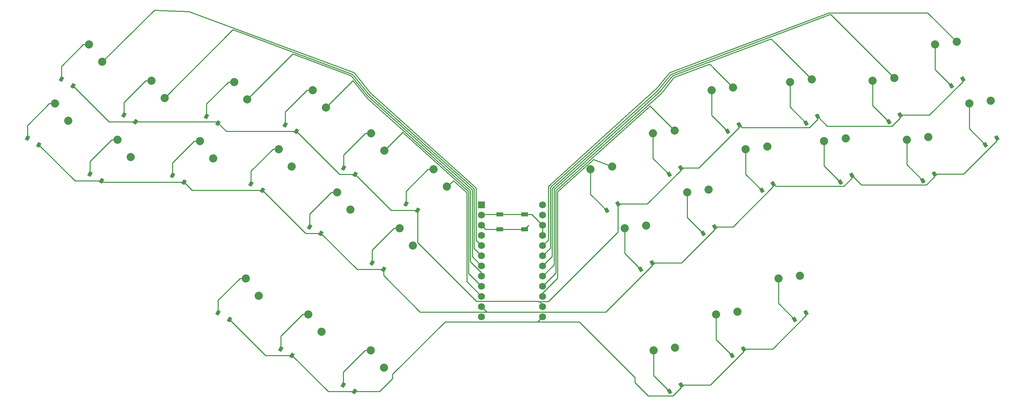
<source format=gbl>
%TF.GenerationSoftware,KiCad,Pcbnew,6.0.2+dfsg-1*%
%TF.CreationDate,2022-06-30T23:37:17+02:00*%
%TF.ProjectId,dragonwings_test,64726167-6f6e-4776-996e-67735f746573,v1.0.0*%
%TF.SameCoordinates,Original*%
%TF.FileFunction,Copper,L2,Bot*%
%TF.FilePolarity,Positive*%
%FSLAX46Y46*%
G04 Gerber Fmt 4.6, Leading zero omitted, Abs format (unit mm)*
G04 Created by KiCad (PCBNEW 6.0.2+dfsg-1) date 2022-06-30 23:37:17*
%MOMM*%
%LPD*%
G01*
G04 APERTURE LIST*
G04 Aperture macros list*
%AMRotRect*
0 Rectangle, with rotation*
0 The origin of the aperture is its center*
0 $1 length*
0 $2 width*
0 $3 Rotation angle, in degrees counterclockwise*
0 Add horizontal line*
21,1,$1,$2,0,0,$3*%
G04 Aperture macros list end*
%TA.AperFunction,ComponentPad*%
%ADD10C,2.032000*%
%TD*%
%TA.AperFunction,SMDPad,CuDef*%
%ADD11RotRect,0.900000X1.200000X150.000000*%
%TD*%
%TA.AperFunction,SMDPad,CuDef*%
%ADD12RotRect,0.900000X1.200000X210.000000*%
%TD*%
%TA.AperFunction,ComponentPad*%
%ADD13R,1.752600X1.752600*%
%TD*%
%TA.AperFunction,ComponentPad*%
%ADD14C,1.752600*%
%TD*%
%TA.AperFunction,SMDPad,CuDef*%
%ADD15R,1.800000X1.100000*%
%TD*%
%TA.AperFunction,Conductor*%
%ADD16C,0.250000*%
%TD*%
G04 APERTURE END LIST*
D10*
%TO.P,S2,1*%
%TO.N,P21*%
X107787840Y-110343077D03*
%TO.P,S2,2*%
%TO.N,pinky1_home*%
X104507713Y-106024424D03*
%TD*%
%TO.P,S4,1*%
%TO.N,P20*%
X123376298Y-119343077D03*
%TO.P,S4,2*%
%TO.N,pinky2_home*%
X120096171Y-115024424D03*
%TD*%
%TO.P,S3,1*%
%TO.N,P20*%
X114876298Y-134065509D03*
%TO.P,S3,2*%
%TO.N,pinky2_bottom*%
X111596171Y-129746856D03*
%TD*%
D11*
%TO.P,D1,1*%
%TO.N,P16*%
X91986655Y-131011533D03*
%TO.P,D1,2*%
%TO.N,pinky1_bottom*%
X89128771Y-129361533D03*
%TD*%
D10*
%TO.P,S6,1*%
%TO.N,P19*%
X143964755Y-119682823D03*
%TO.P,S6,2*%
%TO.N,ring_home*%
X140684628Y-115364170D03*
%TD*%
%TO.P,S15,1*%
%TO.N,P14*%
X178024355Y-186689865D03*
%TO.P,S15,2*%
%TO.N,far_thumb*%
X174744228Y-182371212D03*
%TD*%
D11*
%TO.P,D10,1*%
%TO.N,P8*%
X170840484Y-138432695D03*
%TO.P,D10,2*%
%TO.N,index_home*%
X167982600Y-136782695D03*
%TD*%
D12*
%TO.P,D16,1*%
%TO.N,P16*%
X330871228Y-129361533D03*
%TO.P,D16,2*%
%TO.N,mirror_pinky1_bottom*%
X328013344Y-131011533D03*
%TD*%
%TO.P,D18,1*%
%TO.N,P16*%
X315282771Y-138361533D03*
%TO.P,D18,2*%
%TO.N,mirror_pinky2_bottom*%
X312424887Y-140011533D03*
%TD*%
%TO.P,D24,1*%
%TO.N,P16*%
X260517399Y-151505127D03*
%TO.P,D24,2*%
%TO.N,mirror_index_bottom*%
X257659515Y-153155127D03*
%TD*%
%TO.P,D25,1*%
%TO.N,P8*%
X252017399Y-136782695D03*
%TO.P,D25,2*%
%TO.N,mirror_index_home*%
X249159515Y-138432695D03*
%TD*%
D11*
%TO.P,D11,1*%
%TO.N,P16*%
X177928942Y-162155127D03*
%TO.P,D11,2*%
%TO.N,inner_bottom*%
X175071058Y-160505127D03*
%TD*%
D10*
%TO.P,S8,1*%
%TO.N,P18*%
X163553212Y-121754620D03*
%TO.P,S8,2*%
%TO.N,middle_home*%
X160273085Y-117435967D03*
%TD*%
%TO.P,S25,1*%
%TO.N,P6*%
X250518584Y-127486671D03*
%TO.P,S25,2*%
%TO.N,mirror_index_home*%
X245138457Y-128168018D03*
%TD*%
%TO.P,S5,1*%
%TO.N,P19*%
X135464755Y-134405255D03*
%TO.P,S5,2*%
%TO.N,ring_bottom*%
X132184628Y-130086602D03*
%TD*%
%TO.P,S14,1*%
%TO.N,P15*%
X162435898Y-177689865D03*
%TO.P,S14,2*%
%TO.N,home_thumb*%
X159155771Y-173371212D03*
%TD*%
%TO.P,S29,1*%
%TO.N,P6*%
X266224355Y-172689865D03*
%TO.P,S29,2*%
%TO.N,mirror_home_thumb*%
X260844228Y-173371212D03*
%TD*%
%TO.P,S27,1*%
%TO.N,P7*%
X234930127Y-136486671D03*
%TO.P,S27,2*%
%TO.N,mirror_inner_home*%
X229550000Y-137168018D03*
%TD*%
%TO.P,S18,1*%
%TO.N,P3*%
X313783956Y-129065509D03*
%TO.P,S18,2*%
%TO.N,mirror_pinky2_bottom*%
X308403829Y-129746856D03*
%TD*%
D12*
%TO.P,D17,1*%
%TO.N,P8*%
X322371228Y-114639101D03*
%TO.P,D17,2*%
%TO.N,mirror_pinky1_home*%
X319513344Y-116289101D03*
%TD*%
D10*
%TO.P,S16,1*%
%TO.N,P2*%
X329372413Y-120065509D03*
%TO.P,S16,2*%
%TO.N,mirror_pinky1_bottom*%
X323992286Y-120746856D03*
%TD*%
%TO.P,S7,1*%
%TO.N,P18*%
X155053212Y-136477052D03*
%TO.P,S7,2*%
%TO.N,middle_bottom*%
X151773085Y-132158399D03*
%TD*%
D13*
%TO.P,MCU1,1*%
%TO.N,RAW*%
X202380000Y-146030000D03*
D14*
%TO.P,MCU1,2*%
%TO.N,GND*%
X202380000Y-148570000D03*
%TO.P,MCU1,3*%
%TO.N,RST*%
X202380000Y-151110000D03*
%TO.P,MCU1,4*%
%TO.N,VCC*%
X202380000Y-153650000D03*
%TO.P,MCU1,5*%
%TO.N,P21*%
X202380000Y-156190000D03*
%TO.P,MCU1,6*%
%TO.N,P20*%
X202380000Y-158730000D03*
%TO.P,MCU1,7*%
%TO.N,P19*%
X202380000Y-161270000D03*
%TO.P,MCU1,8*%
%TO.N,P18*%
X202380000Y-163810000D03*
%TO.P,MCU1,9*%
%TO.N,P15*%
X202380000Y-166350000D03*
%TO.P,MCU1,10*%
%TO.N,P14*%
X202380000Y-168890000D03*
%TO.P,MCU1,11*%
%TO.N,P16*%
X202380000Y-171430000D03*
%TO.P,MCU1,12*%
%TO.N,P10*%
X202380000Y-173970000D03*
%TO.P,MCU1,13*%
%TO.N,P1*%
X217620000Y-146030000D03*
%TO.P,MCU1,14*%
%TO.N,P0*%
X217620000Y-148570000D03*
%TO.P,MCU1,15*%
%TO.N,GND*%
X217620000Y-151110000D03*
%TO.P,MCU1,16*%
X217620000Y-153650000D03*
%TO.P,MCU1,17*%
%TO.N,P2*%
X217620000Y-156190000D03*
%TO.P,MCU1,18*%
%TO.N,P3*%
X217620000Y-158730000D03*
%TO.P,MCU1,19*%
%TO.N,P4*%
X217620000Y-161270000D03*
%TO.P,MCU1,20*%
%TO.N,P5*%
X217620000Y-163810000D03*
%TO.P,MCU1,21*%
%TO.N,P6*%
X217620000Y-166350000D03*
%TO.P,MCU1,22*%
%TO.N,P7*%
X217620000Y-168890000D03*
%TO.P,MCU1,23*%
%TO.N,P8*%
X217620000Y-171430000D03*
%TO.P,MCU1,24*%
%TO.N,P9*%
X217620000Y-173970000D03*
%TD*%
D11*
%TO.P,D14,1*%
%TO.N,P9*%
X155134713Y-183635889D03*
%TO.P,D14,2*%
%TO.N,home_thumb*%
X152276829Y-181985889D03*
%TD*%
D10*
%TO.P,S26,1*%
%TO.N,P7*%
X243430127Y-151209103D03*
%TO.P,S26,2*%
%TO.N,mirror_inner_bottom*%
X238050000Y-151890450D03*
%TD*%
%TO.P,S30,1*%
%TO.N,P7*%
X250635898Y-181689865D03*
%TO.P,S30,2*%
%TO.N,mirror_far_thumb*%
X245255771Y-182371212D03*
%TD*%
D12*
%TO.P,D26,1*%
%TO.N,P16*%
X244928942Y-160505127D03*
%TO.P,D26,2*%
%TO.N,mirror_inner_bottom*%
X242071058Y-162155127D03*
%TD*%
D10*
%TO.P,S11,1*%
%TO.N,P14*%
X185230127Y-156209103D03*
%TO.P,S11,2*%
%TO.N,inner_bottom*%
X181950000Y-151890450D03*
%TD*%
D12*
%TO.P,D30,1*%
%TO.N,P9*%
X252134713Y-190985889D03*
%TO.P,D30,2*%
%TO.N,mirror_far_thumb*%
X249276829Y-192635889D03*
%TD*%
D11*
%TO.P,D6,1*%
%TO.N,P8*%
X136663570Y-125628847D03*
%TO.P,D6,2*%
%TO.N,ring_home*%
X133805686Y-123978847D03*
%TD*%
D10*
%TO.P,S17,1*%
%TO.N,P2*%
X320872413Y-105343077D03*
%TO.P,S17,2*%
%TO.N,mirror_pinky1_home*%
X315492286Y-106024424D03*
%TD*%
D11*
%TO.P,D4,1*%
%TO.N,P8*%
X116075113Y-125289101D03*
%TO.P,D4,2*%
%TO.N,pinky2_home*%
X113217229Y-123639101D03*
%TD*%
D10*
%TO.P,S10,1*%
%TO.N,P15*%
X178141669Y-132486671D03*
%TO.P,S10,2*%
%TO.N,index_home*%
X174861542Y-128168018D03*
%TD*%
D11*
%TO.P,D2,1*%
%TO.N,P8*%
X100486655Y-116289101D03*
%TO.P,D2,2*%
%TO.N,pinky1_home*%
X97628771Y-114639101D03*
%TD*%
D10*
%TO.P,S19,1*%
%TO.N,P3*%
X305283956Y-114343077D03*
%TO.P,S19,2*%
%TO.N,mirror_pinky2_home*%
X299903829Y-115024424D03*
%TD*%
%TO.P,S21,1*%
%TO.N,P4*%
X284695498Y-114682823D03*
%TO.P,S21,2*%
%TO.N,mirror_ring_home*%
X279315371Y-115364170D03*
%TD*%
%TO.P,S9,1*%
%TO.N,P15*%
X169641669Y-147209103D03*
%TO.P,S9,2*%
%TO.N,index_bottom*%
X166361542Y-142890450D03*
%TD*%
%TO.P,S24,1*%
%TO.N,P6*%
X259018584Y-142209103D03*
%TO.P,S24,2*%
%TO.N,mirror_index_bottom*%
X253638457Y-142890450D03*
%TD*%
D11*
%TO.P,D3,1*%
%TO.N,P16*%
X107575113Y-140011533D03*
%TO.P,D3,2*%
%TO.N,pinky2_bottom*%
X104717229Y-138361533D03*
%TD*%
D10*
%TO.P,S28,1*%
%TO.N,P5*%
X281812812Y-163689865D03*
%TO.P,S28,2*%
%TO.N,mirror_near_thumb*%
X276432685Y-164371212D03*
%TD*%
D11*
%TO.P,D15,1*%
%TO.N,P9*%
X170723170Y-192635889D03*
%TO.P,D15,2*%
%TO.N,far_thumb*%
X167865286Y-190985889D03*
%TD*%
%TO.P,D7,1*%
%TO.N,P16*%
X147752027Y-142423076D03*
%TO.P,D7,2*%
%TO.N,middle_bottom*%
X144894143Y-140773076D03*
%TD*%
D10*
%TO.P,S13,1*%
%TO.N,P18*%
X146847441Y-168689865D03*
%TO.P,S13,2*%
%TO.N,near_thumb*%
X143567314Y-164371212D03*
%TD*%
D12*
%TO.P,D29,1*%
%TO.N,P9*%
X267723170Y-181985889D03*
%TO.P,D29,2*%
%TO.N,mirror_home_thumb*%
X264865286Y-183635889D03*
%TD*%
D10*
%TO.P,S20,1*%
%TO.N,P4*%
X293195498Y-129405255D03*
%TO.P,S20,2*%
%TO.N,mirror_ring_bottom*%
X287815371Y-130086602D03*
%TD*%
D11*
%TO.P,D5,1*%
%TO.N,P16*%
X128163570Y-140351279D03*
%TO.P,D5,2*%
%TO.N,ring_bottom*%
X125305686Y-138701279D03*
%TD*%
D12*
%TO.P,D22,1*%
%TO.N,P16*%
X275105856Y-140773076D03*
%TO.P,D22,2*%
%TO.N,mirror_middle_bottom*%
X272247972Y-142423076D03*
%TD*%
%TO.P,D28,1*%
%TO.N,P9*%
X283311627Y-172985889D03*
%TO.P,D28,2*%
%TO.N,mirror_near_thumb*%
X280453743Y-174635889D03*
%TD*%
D11*
%TO.P,D9,1*%
%TO.N,P16*%
X162340484Y-153155127D03*
%TO.P,D9,2*%
%TO.N,index_bottom*%
X159482600Y-151505127D03*
%TD*%
D12*
%TO.P,D21,1*%
%TO.N,P8*%
X286194313Y-123978847D03*
%TO.P,D21,2*%
%TO.N,mirror_ring_home*%
X283336429Y-125628847D03*
%TD*%
D10*
%TO.P,S1,1*%
%TO.N,P21*%
X99287840Y-125065509D03*
%TO.P,S1,2*%
%TO.N,pinky1_bottom*%
X96007713Y-120746856D03*
%TD*%
D12*
%TO.P,D23,1*%
%TO.N,P8*%
X266605856Y-126050644D03*
%TO.P,D23,2*%
%TO.N,mirror_middle_home*%
X263747972Y-127700644D03*
%TD*%
D10*
%TO.P,S22,1*%
%TO.N,P5*%
X273607041Y-131477052D03*
%TO.P,S22,2*%
%TO.N,mirror_middle_bottom*%
X268226914Y-132158399D03*
%TD*%
D12*
%TO.P,D20,1*%
%TO.N,P16*%
X294694313Y-138701279D03*
%TO.P,D20,2*%
%TO.N,mirror_ring_bottom*%
X291836429Y-140351279D03*
%TD*%
D11*
%TO.P,D8,1*%
%TO.N,P8*%
X156252027Y-127700644D03*
%TO.P,D8,2*%
%TO.N,middle_home*%
X153394143Y-126050644D03*
%TD*%
%TO.P,D12,1*%
%TO.N,P8*%
X186428942Y-147432695D03*
%TO.P,D12,2*%
%TO.N,inner_home*%
X183571058Y-145782695D03*
%TD*%
D12*
%TO.P,D27,1*%
%TO.N,P8*%
X236428942Y-145782695D03*
%TO.P,D27,2*%
%TO.N,mirror_inner_home*%
X233571058Y-147432695D03*
%TD*%
D10*
%TO.P,S12,1*%
%TO.N,P14*%
X193730127Y-141486671D03*
%TO.P,S12,2*%
%TO.N,inner_home*%
X190450000Y-137168018D03*
%TD*%
D12*
%TO.P,D19,1*%
%TO.N,P8*%
X306782771Y-123639101D03*
%TO.P,D19,2*%
%TO.N,mirror_pinky2_home*%
X303924887Y-125289101D03*
%TD*%
D10*
%TO.P,S23,1*%
%TO.N,P5*%
X265107041Y-116754620D03*
%TO.P,S23,2*%
%TO.N,mirror_middle_home*%
X259726914Y-117435967D03*
%TD*%
D11*
%TO.P,D13,1*%
%TO.N,P9*%
X139546256Y-174635889D03*
%TO.P,D13,2*%
%TO.N,near_thumb*%
X136688372Y-172985889D03*
%TD*%
D15*
%TO.P,B1,1*%
%TO.N,GND*%
X213100000Y-148400000D03*
X206900000Y-148400000D03*
%TO.P,B1,2*%
%TO.N,RST*%
X213100000Y-152100000D03*
X206900000Y-152100000D03*
%TD*%
D16*
%TO.N,P21*%
X170600000Y-113000000D02*
X174600000Y-118000000D01*
X120782979Y-97417021D02*
X129400000Y-97800000D01*
X107787840Y-110343077D02*
X120782979Y-97417021D01*
X174600000Y-118000000D02*
X201000000Y-141800000D01*
X201000000Y-154810000D02*
X202380000Y-156190000D01*
X201000000Y-141800000D02*
X201000000Y-154810000D01*
X129400000Y-97800000D02*
X170600000Y-113000000D01*
%TO.N,pinky1_bottom*%
X94570873Y-120746856D02*
X89128771Y-126188958D01*
X96007713Y-120746856D02*
X94570873Y-120746856D01*
X89128771Y-126188958D02*
X89128771Y-129361533D01*
%TO.N,P16*%
X187000000Y-172750000D02*
X177928942Y-163678942D01*
X292667998Y-141420414D02*
X275753194Y-141420414D01*
X260517399Y-152197947D02*
X252210219Y-160505127D01*
X177928942Y-163678942D02*
X177928942Y-162155127D01*
X130235367Y-142423076D02*
X147752027Y-142423076D01*
X244928942Y-160505127D02*
X244928942Y-161197947D01*
X158484078Y-153155127D02*
X162340484Y-153155127D01*
X265066625Y-151505127D02*
X260517399Y-151505127D01*
X260517399Y-151505127D02*
X260517399Y-152197947D01*
X294694313Y-138701279D02*
X294694313Y-139394099D01*
X203700000Y-172750000D02*
X202380000Y-171430000D01*
X162340484Y-153155127D02*
X171340484Y-162155127D01*
X244928942Y-161197947D02*
X233376889Y-172750000D01*
X297073702Y-141080668D02*
X294694313Y-138701279D01*
X147752027Y-142423076D02*
X158484078Y-153155127D01*
X252210219Y-160505127D02*
X244928942Y-160505127D01*
X107011533Y-140011533D02*
X107351279Y-140351279D01*
X171340484Y-162155127D02*
X177928942Y-162155127D01*
X91986655Y-131011533D02*
X100986655Y-140011533D01*
X107011533Y-140011533D02*
X107575113Y-140011533D01*
X315282771Y-138361533D02*
X315282771Y-139054353D01*
X313256456Y-141080668D02*
X297073702Y-141080668D01*
X275753194Y-141420414D02*
X275105856Y-140773076D01*
X315282771Y-139054353D02*
X313256456Y-141080668D01*
X203700000Y-172750000D02*
X187000000Y-172750000D01*
X275105856Y-140773076D02*
X275105856Y-141465896D01*
X275105856Y-141465896D02*
X265066625Y-151505127D01*
X322564048Y-138361533D02*
X315282771Y-138361533D01*
X233376889Y-172750000D02*
X203700000Y-172750000D01*
X330871228Y-130054353D02*
X322564048Y-138361533D01*
X107351279Y-140351279D02*
X128163570Y-140351279D01*
X100986655Y-140011533D02*
X107011533Y-140011533D01*
X330871228Y-129361533D02*
X330871228Y-130054353D01*
X128163570Y-140351279D02*
X130235367Y-142423076D01*
X294694313Y-139394099D02*
X292667998Y-141420414D01*
%TO.N,pinky1_home*%
X104507713Y-106024424D02*
X103070873Y-106024424D01*
X103070873Y-106024424D02*
X97628771Y-111466526D01*
X97628771Y-111466526D02*
X97628771Y-114639101D01*
%TO.N,P8*%
X216800000Y-170200000D02*
X216600000Y-170200000D01*
X109486655Y-125289101D02*
X116075113Y-125289101D01*
X166984078Y-138432695D02*
X170840484Y-138432695D01*
X236428942Y-152771058D02*
X219000000Y-170200000D01*
X179840484Y-147432695D02*
X186428942Y-147432695D01*
X304756456Y-126358236D02*
X288573702Y-126358236D01*
X201090811Y-170090811D02*
X186428942Y-155428942D01*
X138735367Y-127700644D02*
X156252027Y-127700644D01*
X322371228Y-114639101D02*
X322371228Y-115331921D01*
X243710219Y-145782695D02*
X236428942Y-145782695D01*
X219000000Y-170200000D02*
X216800000Y-170200000D01*
X170840484Y-138432695D02*
X179840484Y-147432695D01*
X266605856Y-126743464D02*
X256566625Y-136782695D01*
X322371228Y-115331921D02*
X314064048Y-123639101D01*
X256566625Y-136782695D02*
X252017399Y-136782695D01*
X284167998Y-126697982D02*
X267253194Y-126697982D01*
X100486655Y-116289101D02*
X109486655Y-125289101D01*
X306782771Y-124331921D02*
X304756456Y-126358236D01*
X266605856Y-126050644D02*
X266605856Y-126743464D01*
X288573702Y-126358236D02*
X286194313Y-123978847D01*
X136663570Y-125628847D02*
X138735367Y-127700644D01*
X252017399Y-137475515D02*
X243710219Y-145782695D01*
X286194313Y-123978847D02*
X286194313Y-124671667D01*
X216490811Y-170090811D02*
X201090811Y-170090811D01*
X186428942Y-155428942D02*
X186428942Y-147432695D01*
X306782771Y-123639101D02*
X306782771Y-124331921D01*
X156252027Y-127700644D02*
X166984078Y-138432695D01*
X267253194Y-126697982D02*
X266605856Y-126050644D01*
X216800000Y-170200000D02*
X217620000Y-171020000D01*
X252017399Y-136782695D02*
X252017399Y-137475515D01*
X236428942Y-145782695D02*
X236428942Y-152771058D01*
X217620000Y-171020000D02*
X217620000Y-171430000D01*
X116075113Y-125289101D02*
X136323824Y-125289101D01*
X286194313Y-124671667D02*
X284167998Y-126697982D01*
X314064048Y-123639101D02*
X306782771Y-123639101D01*
X216600000Y-170200000D02*
X216490811Y-170090811D01*
X136323824Y-125289101D02*
X136663570Y-125628847D01*
%TO.N,P20*%
X174310638Y-118489362D02*
X200500000Y-142000000D01*
X123376298Y-119343077D02*
X140333499Y-102385876D01*
X140531424Y-102385876D02*
X170200000Y-113400000D01*
X200500000Y-142000000D02*
X200500000Y-156850000D01*
X200500000Y-156850000D02*
X202380000Y-158730000D01*
X140333499Y-102385876D02*
X140531424Y-102385876D01*
X170200000Y-113400000D02*
X174310638Y-118489362D01*
%TO.N,pinky2_bottom*%
X104717229Y-135188958D02*
X104717229Y-138361533D01*
X110159331Y-129746856D02*
X104717229Y-135188958D01*
X111596171Y-129746856D02*
X110159331Y-129746856D01*
%TO.N,pinky2_home*%
X120096171Y-115024424D02*
X118659331Y-115024424D01*
X118659331Y-115024424D02*
X113217229Y-120466526D01*
X113217229Y-120466526D02*
X113217229Y-123639101D01*
%TO.N,P19*%
X143964755Y-119682823D02*
X155278785Y-108368793D01*
X200050480Y-158940480D02*
X200050480Y-143222432D01*
X174000000Y-118850000D02*
X169850000Y-113750000D01*
X200050000Y-142250000D02*
X174000000Y-118850000D01*
X155355900Y-108368793D02*
X169850000Y-113750000D01*
X155278785Y-108368793D02*
X155355900Y-108368793D01*
X200050480Y-143222432D02*
X200050000Y-142250000D01*
X202380000Y-161270000D02*
X200050480Y-158940480D01*
%TO.N,ring_bottom*%
X125305686Y-135528704D02*
X125305686Y-138701279D01*
X130747788Y-130086602D02*
X125305686Y-135528704D01*
X132184628Y-130086602D02*
X130747788Y-130086602D01*
%TO.N,ring_home*%
X140684628Y-115364170D02*
X139247788Y-115364170D01*
X133805686Y-120806272D02*
X133805686Y-123978847D01*
X139247788Y-115364170D02*
X133805686Y-120806272D01*
%TO.N,P18*%
X199600000Y-142500000D02*
X199600960Y-144222432D01*
X173800000Y-119350000D02*
X199600000Y-142500000D01*
X202380000Y-163810000D02*
X202380000Y-162968204D01*
X199600960Y-160189164D02*
X199600960Y-144222432D01*
X170323267Y-115043812D02*
X173800000Y-119350000D01*
X170264020Y-115043812D02*
X170323267Y-115043812D01*
X163553212Y-121754620D02*
X170264020Y-115043812D01*
X202380000Y-162968204D02*
X199600960Y-160189164D01*
%TO.N,middle_bottom*%
X150336245Y-132158399D02*
X144894143Y-137600501D01*
X144894143Y-137600501D02*
X144894143Y-140773076D01*
X151773085Y-132158399D02*
X150336245Y-132158399D01*
%TO.N,middle_home*%
X153394143Y-126050644D02*
X153394143Y-122878069D01*
X153394143Y-122878069D02*
X158836245Y-117435967D01*
X158836245Y-117435967D02*
X160273085Y-117435967D01*
%TO.N,P15*%
X182678882Y-127949458D02*
X182710757Y-127949458D01*
X178141669Y-132486671D02*
X182678882Y-127949458D01*
X199151440Y-145222432D02*
X199151440Y-163121440D01*
X199151440Y-163121440D02*
X202380000Y-166350000D01*
X182710757Y-127949458D02*
X199150000Y-142750000D01*
X199150000Y-142750000D02*
X199151440Y-145222432D01*
%TO.N,index_bottom*%
X166361542Y-142890450D02*
X164924702Y-142890450D01*
X159482600Y-148332552D02*
X159482600Y-151505127D01*
X164924702Y-142890450D02*
X159482600Y-148332552D01*
%TO.N,index_home*%
X174861542Y-128168018D02*
X173424702Y-128168018D01*
X167982600Y-133610120D02*
X167982600Y-136782695D01*
X173424702Y-128168018D02*
X167982600Y-133610120D01*
%TO.N,P14*%
X195450000Y-140050000D02*
X193730127Y-141486671D01*
X202380000Y-168890000D02*
X198701920Y-165211920D01*
X198700000Y-142950000D02*
X195450000Y-140050000D01*
X198701920Y-165211920D02*
X198701920Y-146222432D01*
X198701920Y-146222432D02*
X198700000Y-142950000D01*
%TO.N,inner_bottom*%
X175071058Y-157332552D02*
X175071058Y-160505127D01*
X181950000Y-151890450D02*
X180513160Y-151890450D01*
X180513160Y-151890450D02*
X175071058Y-157332552D01*
%TO.N,inner_home*%
X183571058Y-142610120D02*
X183571058Y-145782695D01*
X190450000Y-137168018D02*
X189013160Y-137168018D01*
X189013160Y-137168018D02*
X183571058Y-142610120D01*
%TO.N,near_thumb*%
X136688372Y-169813314D02*
X136688372Y-172985889D01*
X143567314Y-164371212D02*
X142130474Y-164371212D01*
X142130474Y-164371212D02*
X136688372Y-169813314D01*
%TO.N,P9*%
X252134713Y-190985889D02*
X252134713Y-191678709D01*
X164134713Y-192635889D02*
X170723170Y-192635889D01*
X193271138Y-175250000D02*
X216250000Y-175250000D01*
X226728861Y-175250000D02*
X216250000Y-175250000D01*
X180200000Y-189400000D02*
X180200000Y-188321138D01*
X243905024Y-193705024D02*
X240600000Y-190400000D01*
X139546256Y-174635889D02*
X148546256Y-183635889D01*
X267723170Y-182678709D02*
X259415990Y-190985889D01*
X250108398Y-193705024D02*
X243905024Y-193705024D01*
X267723170Y-181985889D02*
X267723170Y-182678709D01*
X240600000Y-189121139D02*
X226728861Y-175250000D01*
X275004447Y-181985889D02*
X267723170Y-181985889D01*
X240600000Y-190400000D02*
X240600000Y-189121139D01*
X283311627Y-173678709D02*
X275004447Y-181985889D01*
X216340000Y-175250000D02*
X217620000Y-173970000D01*
X180200000Y-188321138D02*
X193271138Y-175250000D01*
X259415990Y-190985889D02*
X252134713Y-190985889D01*
X148546256Y-183635889D02*
X155134713Y-183635889D01*
X283311627Y-172985889D02*
X283311627Y-173678709D01*
X170723170Y-192635889D02*
X176964111Y-192635889D01*
X252134713Y-191678709D02*
X250108398Y-193705024D01*
X176964111Y-192635889D02*
X180200000Y-189400000D01*
X216250000Y-175250000D02*
X216340000Y-175250000D01*
X155134713Y-183635889D02*
X164134713Y-192635889D01*
%TO.N,home_thumb*%
X157718931Y-173371212D02*
X152276829Y-178813314D01*
X152276829Y-178813314D02*
X152276829Y-181985889D01*
X159155771Y-173371212D02*
X157718931Y-173371212D01*
%TO.N,far_thumb*%
X167865286Y-187813314D02*
X167865286Y-190985889D01*
X174744228Y-182371212D02*
X173307388Y-182371212D01*
X173307388Y-182371212D02*
X167865286Y-187813314D01*
%TO.N,P2*%
X239250000Y-123000000D02*
X219578477Y-140928477D01*
X219578477Y-140928477D02*
X219000000Y-141506954D01*
X249250000Y-113000000D02*
X246000000Y-117000000D01*
X320872413Y-105343077D02*
X313629336Y-98100000D01*
X219000000Y-141506954D02*
X219000000Y-154810000D01*
X219000000Y-154810000D02*
X217620000Y-156190000D01*
X289000000Y-98100000D02*
X249250000Y-113000000D01*
X246000000Y-117000000D02*
X239250000Y-123000000D01*
X313629336Y-98100000D02*
X289000000Y-98100000D01*
%TO.N,mirror_pinky1_bottom*%
X323992286Y-120746856D02*
X323992286Y-126990475D01*
X323992286Y-126990475D02*
X328013344Y-131011533D01*
%TO.N,mirror_pinky1_home*%
X315492286Y-112268043D02*
X319513344Y-116289101D01*
X315492286Y-106024424D02*
X315492286Y-112268043D01*
%TO.N,P3*%
X305283956Y-114343077D02*
X289500000Y-98559121D01*
X219500000Y-141650000D02*
X219500000Y-156850000D01*
X289150000Y-98560000D02*
X249600000Y-113400000D01*
X219800000Y-141350000D02*
X219500000Y-141650000D01*
X219500000Y-156850000D02*
X217620000Y-158730000D01*
X246200000Y-117550000D02*
X219800000Y-141350000D01*
X249600000Y-113400000D02*
X246200000Y-117550000D01*
X289500000Y-98559121D02*
X289150879Y-98559121D01*
X289150879Y-98559121D02*
X289150000Y-98560000D01*
%TO.N,mirror_pinky2_bottom*%
X308403829Y-135990475D02*
X312424887Y-140011533D01*
X308403829Y-129746856D02*
X308403829Y-135990475D01*
%TO.N,mirror_pinky2_home*%
X299903829Y-121268043D02*
X303924887Y-125289101D01*
X299903829Y-115024424D02*
X299903829Y-121268043D01*
%TO.N,P4*%
X220000000Y-141950000D02*
X220000000Y-158890000D01*
X250000000Y-113800000D02*
X246600000Y-117950000D01*
X220000000Y-158890000D02*
X217620000Y-161270000D01*
X220400000Y-141550000D02*
X220000000Y-141950000D01*
X284695498Y-114682823D02*
X275762675Y-105750000D01*
X246600000Y-117950000D02*
X220400000Y-141550000D01*
X275762675Y-105750000D02*
X275750000Y-105750000D01*
X274600000Y-104600000D02*
X274400000Y-104600000D01*
X275750000Y-105750000D02*
X274600000Y-104600000D01*
X274400000Y-104600000D02*
X250000000Y-113800000D01*
%TO.N,mirror_ring_bottom*%
X287815371Y-130086602D02*
X287815371Y-136330221D01*
X287815371Y-136330221D02*
X291836429Y-140351279D01*
%TO.N,mirror_ring_home*%
X279315371Y-115364170D02*
X279315371Y-121607789D01*
X279315371Y-121607789D02*
X283336429Y-125628847D01*
%TO.N,P5*%
X220449520Y-142136198D02*
X220449520Y-160980480D01*
X259000000Y-111000000D02*
X250400000Y-114200000D01*
X260250000Y-111897579D02*
X259400000Y-111000000D01*
X220449520Y-160980480D02*
X217620000Y-163810000D01*
X220617859Y-141967859D02*
X220449520Y-142136198D01*
X259400000Y-111000000D02*
X259000000Y-111000000D01*
X250400000Y-114200000D02*
X247200000Y-118150000D01*
X247200000Y-118150000D02*
X220617859Y-141967859D01*
X265107041Y-116754620D02*
X260250000Y-111897579D01*
%TO.N,mirror_middle_bottom*%
X268226914Y-132158399D02*
X268226914Y-138402018D01*
X268226914Y-138402018D02*
X272247972Y-142423076D01*
%TO.N,mirror_middle_home*%
X259726914Y-117435967D02*
X259726914Y-123679586D01*
X259726914Y-123679586D02*
X263747972Y-127700644D01*
%TO.N,P6*%
X244400000Y-121350000D02*
X220899040Y-142450960D01*
X250518584Y-127486671D02*
X244631913Y-121600000D01*
X220899040Y-163070960D02*
X217620000Y-166350000D01*
X244400000Y-121350000D02*
X244631913Y-121600000D01*
X220899040Y-142450960D02*
X220899040Y-163070960D01*
%TO.N,mirror_index_bottom*%
X253638457Y-149134069D02*
X257659515Y-153155127D01*
X253638457Y-142890450D02*
X253638457Y-149134069D01*
%TO.N,mirror_index_home*%
X249159515Y-138432695D02*
X245138457Y-134411637D01*
X245138457Y-134411637D02*
X245138457Y-128168018D01*
%TO.N,P7*%
X221348560Y-164319644D02*
X221348560Y-142950000D01*
X221348560Y-142950000D02*
X221350000Y-142700000D01*
X221350000Y-142700000D02*
X230300000Y-134650000D01*
X230300000Y-134650000D02*
X234930127Y-136486671D01*
X217620000Y-168890000D02*
X217620000Y-168048204D01*
X217620000Y-168048204D02*
X221348560Y-164319644D01*
%TO.N,mirror_inner_bottom*%
X238050000Y-158134069D02*
X242071058Y-162155127D01*
X238050000Y-151890450D02*
X238050000Y-158134069D01*
%TO.N,mirror_inner_home*%
X229550000Y-143411637D02*
X233571058Y-147432695D01*
X229550000Y-137168018D02*
X229550000Y-143411637D01*
%TO.N,mirror_near_thumb*%
X276432685Y-170614831D02*
X280453743Y-174635889D01*
X276432685Y-164371212D02*
X276432685Y-170614831D01*
%TO.N,mirror_home_thumb*%
X260844228Y-179614831D02*
X264865286Y-183635889D01*
X260844228Y-173371212D02*
X260844228Y-179614831D01*
%TO.N,mirror_far_thumb*%
X245255771Y-188614831D02*
X249276829Y-192635889D01*
X245255771Y-182371212D02*
X245255771Y-188614831D01*
%TO.N,GND*%
X217620000Y-151110000D02*
X217620000Y-153650000D01*
X213100000Y-148400000D02*
X214910000Y-148400000D01*
X202550000Y-148400000D02*
X202380000Y-148570000D01*
X214910000Y-148400000D02*
X217620000Y-151110000D01*
X206900000Y-148400000D02*
X202550000Y-148400000D01*
X206900000Y-148400000D02*
X213100000Y-148400000D01*
%TO.N,RST*%
X206900000Y-152100000D02*
X203370000Y-152100000D01*
X214090000Y-151110000D02*
X213100000Y-152100000D01*
X206900000Y-152100000D02*
X213100000Y-152100000D01*
X203370000Y-152100000D02*
X202380000Y-151110000D01*
%TO.N,P0*%
X217450000Y-148400000D02*
X217620000Y-148570000D01*
%TD*%
M02*

</source>
